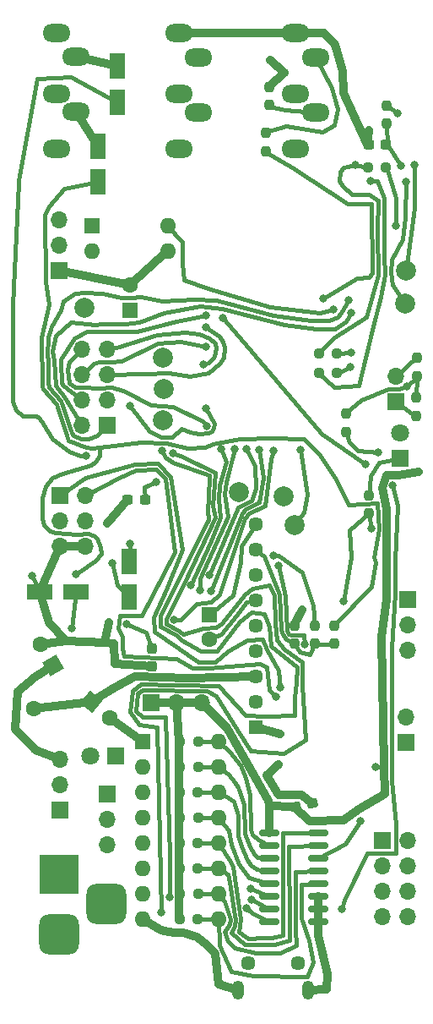
<source format=gbr>
G04 #@! TF.GenerationSoftware,KiCad,Pcbnew,7.0.9*
G04 #@! TF.CreationDate,2023-12-29T22:16:46-05:00*
G04 #@! TF.ProjectId,MEAP_Rev3b,4d454150-5f52-4657-9633-622e6b696361,rev?*
G04 #@! TF.SameCoordinates,Original*
G04 #@! TF.FileFunction,Copper,L2,Bot*
G04 #@! TF.FilePolarity,Positive*
%FSLAX46Y46*%
G04 Gerber Fmt 4.6, Leading zero omitted, Abs format (unit mm)*
G04 Created by KiCad (PCBNEW 7.0.9) date 2023-12-29 22:16:46*
%MOMM*%
%LPD*%
G01*
G04 APERTURE LIST*
G04 Aperture macros list*
%AMRoundRect*
0 Rectangle with rounded corners*
0 $1 Rounding radius*
0 $2 $3 $4 $5 $6 $7 $8 $9 X,Y pos of 4 corners*
0 Add a 4 corners polygon primitive as box body*
4,1,4,$2,$3,$4,$5,$6,$7,$8,$9,$2,$3,0*
0 Add four circle primitives for the rounded corners*
1,1,$1+$1,$2,$3*
1,1,$1+$1,$4,$5*
1,1,$1+$1,$6,$7*
1,1,$1+$1,$8,$9*
0 Add four rect primitives between the rounded corners*
20,1,$1+$1,$2,$3,$4,$5,0*
20,1,$1+$1,$4,$5,$6,$7,0*
20,1,$1+$1,$6,$7,$8,$9,0*
20,1,$1+$1,$8,$9,$2,$3,0*%
%AMRotRect*
0 Rectangle, with rotation*
0 The origin of the aperture is its center*
0 $1 length*
0 $2 width*
0 $3 Rotation angle, in degrees counterclockwise*
0 Add horizontal line*
21,1,$1,$2,0,0,$3*%
G04 Aperture macros list end*
G04 #@! TA.AperFunction,ComponentPad*
%ADD10R,1.600000X1.600000*%
G04 #@! TD*
G04 #@! TA.AperFunction,ComponentPad*
%ADD11O,1.600000X1.600000*%
G04 #@! TD*
G04 #@! TA.AperFunction,ComponentPad*
%ADD12C,2.000000*%
G04 #@! TD*
G04 #@! TA.AperFunction,ComponentPad*
%ADD13R,1.700000X1.700000*%
G04 #@! TD*
G04 #@! TA.AperFunction,ComponentPad*
%ADD14O,1.700000X1.700000*%
G04 #@! TD*
G04 #@! TA.AperFunction,ComponentPad*
%ADD15C,1.600000*%
G04 #@! TD*
G04 #@! TA.AperFunction,ComponentPad*
%ADD16O,2.800000X1.800000*%
G04 #@! TD*
G04 #@! TA.AperFunction,ComponentPad*
%ADD17R,1.450000X1.450000*%
G04 #@! TD*
G04 #@! TA.AperFunction,ComponentPad*
%ADD18C,1.450000*%
G04 #@! TD*
G04 #@! TA.AperFunction,ComponentPad*
%ADD19R,1.800000X1.800000*%
G04 #@! TD*
G04 #@! TA.AperFunction,ComponentPad*
%ADD20C,1.800000*%
G04 #@! TD*
G04 #@! TA.AperFunction,ComponentPad*
%ADD21RotRect,1.600000X1.600000X320.000000*%
G04 #@! TD*
G04 #@! TA.AperFunction,ComponentPad*
%ADD22R,4.000000X4.000000*%
G04 #@! TD*
G04 #@! TA.AperFunction,ComponentPad*
%ADD23RoundRect,1.000000X1.000000X-1.000000X1.000000X1.000000X-1.000000X1.000000X-1.000000X-1.000000X0*%
G04 #@! TD*
G04 #@! TA.AperFunction,ComponentPad*
%ADD24RotRect,1.600000X1.600000X120.000000*%
G04 #@! TD*
G04 #@! TA.AperFunction,ComponentPad*
%ADD25O,1.200000X1.900000*%
G04 #@! TD*
G04 #@! TA.AperFunction,SMDPad,CuDef*
%ADD26RoundRect,0.237500X-0.250000X-0.237500X0.250000X-0.237500X0.250000X0.237500X-0.250000X0.237500X0*%
G04 #@! TD*
G04 #@! TA.AperFunction,SMDPad,CuDef*
%ADD27RoundRect,0.237500X0.250000X0.237500X-0.250000X0.237500X-0.250000X-0.237500X0.250000X-0.237500X0*%
G04 #@! TD*
G04 #@! TA.AperFunction,SMDPad,CuDef*
%ADD28RoundRect,0.237500X0.237500X-0.250000X0.237500X0.250000X-0.237500X0.250000X-0.237500X-0.250000X0*%
G04 #@! TD*
G04 #@! TA.AperFunction,SMDPad,CuDef*
%ADD29RoundRect,0.250000X0.550000X-1.050000X0.550000X1.050000X-0.550000X1.050000X-0.550000X-1.050000X0*%
G04 #@! TD*
G04 #@! TA.AperFunction,SMDPad,CuDef*
%ADD30RoundRect,0.237500X-0.237500X0.250000X-0.237500X-0.250000X0.237500X-0.250000X0.237500X0.250000X0*%
G04 #@! TD*
G04 #@! TA.AperFunction,SMDPad,CuDef*
%ADD31RoundRect,0.250000X1.050000X0.550000X-1.050000X0.550000X-1.050000X-0.550000X1.050000X-0.550000X0*%
G04 #@! TD*
G04 #@! TA.AperFunction,SMDPad,CuDef*
%ADD32RoundRect,0.237500X-0.237500X0.300000X-0.237500X-0.300000X0.237500X-0.300000X0.237500X0.300000X0*%
G04 #@! TD*
G04 #@! TA.AperFunction,SMDPad,CuDef*
%ADD33RoundRect,0.237500X0.300000X0.237500X-0.300000X0.237500X-0.300000X-0.237500X0.300000X-0.237500X0*%
G04 #@! TD*
G04 #@! TA.AperFunction,SMDPad,CuDef*
%ADD34RoundRect,0.150000X0.825000X0.150000X-0.825000X0.150000X-0.825000X-0.150000X0.825000X-0.150000X0*%
G04 #@! TD*
G04 #@! TA.AperFunction,SMDPad,CuDef*
%ADD35RoundRect,0.237500X0.254201X0.285986X-0.336684X0.181797X-0.254201X-0.285986X0.336684X-0.181797X0*%
G04 #@! TD*
G04 #@! TA.AperFunction,ViaPad*
%ADD36C,1.600000*%
G04 #@! TD*
G04 #@! TA.AperFunction,ViaPad*
%ADD37C,0.800000*%
G04 #@! TD*
G04 #@! TA.AperFunction,Conductor*
%ADD38C,0.812800*%
G04 #@! TD*
G04 #@! TA.AperFunction,Conductor*
%ADD39C,0.406400*%
G04 #@! TD*
G04 APERTURE END LIST*
D10*
X23820000Y-91610000D03*
D11*
X23820000Y-94150000D03*
X23820000Y-96690000D03*
X23820000Y-99230000D03*
X23820000Y-101770000D03*
X23820000Y-104310000D03*
X23820000Y-106850000D03*
X23820000Y-109390000D03*
X31440000Y-109390000D03*
X31440000Y-106850000D03*
X31440000Y-104310000D03*
X31440000Y-101770000D03*
X31440000Y-99230000D03*
X31440000Y-96690000D03*
X31440000Y-94150000D03*
X31440000Y-91610000D03*
D10*
X18720000Y-39945000D03*
D11*
X18720000Y-42485000D03*
X26340000Y-42485000D03*
X26340000Y-39945000D03*
D12*
X17930000Y-48200000D03*
X50230000Y-44430000D03*
D13*
X47880000Y-101510000D03*
D14*
X50420000Y-101510000D03*
X47880000Y-104050000D03*
X50420000Y-104050000D03*
X47880000Y-106590000D03*
X50420000Y-106590000D03*
X47880000Y-109130000D03*
X50420000Y-109130000D03*
D12*
X50150000Y-47750000D03*
D10*
X30480000Y-78884888D03*
D15*
X30480000Y-81384888D03*
D12*
X25870000Y-59470000D03*
D16*
X41140000Y-28590000D03*
X39140000Y-26790000D03*
X39140000Y-20690000D03*
X41140000Y-23090000D03*
X39140000Y-32290000D03*
D13*
X50230000Y-91720000D03*
D14*
X50230000Y-89180000D03*
D12*
X25860000Y-53210000D03*
D17*
X35110000Y-90160000D03*
D18*
X35110000Y-87620000D03*
X35110000Y-85080000D03*
X35110000Y-82540000D03*
X35110000Y-80000000D03*
X35110000Y-77460000D03*
X35110000Y-74920000D03*
X35110000Y-72380000D03*
X35110000Y-69840000D03*
D13*
X50360000Y-77350000D03*
D14*
X50360000Y-79890000D03*
X50360000Y-82430000D03*
D13*
X49210000Y-57610000D03*
D14*
X49210000Y-55070000D03*
D16*
X17140000Y-28545000D03*
X15140000Y-26745000D03*
X15140000Y-20645000D03*
X17140000Y-23045000D03*
X15140000Y-32245000D03*
D12*
X39020000Y-69950000D03*
D19*
X49640000Y-63225000D03*
D20*
X49640000Y-60685000D03*
D13*
X20220000Y-96820000D03*
D14*
X20220000Y-99360000D03*
X20220000Y-101900000D03*
D21*
X18604889Y-87643031D03*
D15*
X20520000Y-89250000D03*
D22*
X15430000Y-104900000D03*
D23*
X15430000Y-110900000D03*
X20130000Y-107900000D03*
D12*
X25890000Y-56330000D03*
D24*
X14800000Y-84015063D03*
D15*
X13550000Y-81849999D03*
D10*
X22540000Y-48420000D03*
D15*
X22540000Y-45920000D03*
D13*
X15530000Y-66930000D03*
D14*
X15530000Y-69470000D03*
X15530000Y-72010000D03*
X18070000Y-66930000D03*
X18070000Y-69470000D03*
X18070000Y-72010000D03*
D25*
X33369999Y-116492000D03*
D18*
X34369999Y-113792000D03*
X39369999Y-113792000D03*
D25*
X40369999Y-116492000D03*
D16*
X29400000Y-28580000D03*
X27400000Y-26780000D03*
X27400000Y-20680000D03*
X29400000Y-23080000D03*
X27400000Y-32280000D03*
D13*
X15380003Y-44459999D03*
D14*
X15380003Y-41919999D03*
X15380003Y-39379999D03*
D13*
X24630000Y-87720000D03*
D14*
X27170000Y-87720000D03*
X29710000Y-87720000D03*
D13*
X20245000Y-59940000D03*
D14*
X17705000Y-59940000D03*
X20245000Y-57400000D03*
X17705000Y-57400000D03*
X20245000Y-54860000D03*
X17705000Y-54860000D03*
X20245000Y-52320000D03*
X17705000Y-52320000D03*
D13*
X15480000Y-98470000D03*
D14*
X15480000Y-95930000D03*
X15480000Y-93390000D03*
D12*
X33490000Y-66600000D03*
X37970000Y-67030000D03*
D26*
X46377500Y-34150000D03*
X48202500Y-34150000D03*
D27*
X43282500Y-52740000D03*
X41457500Y-52740000D03*
D28*
X41039996Y-81802502D03*
X41039996Y-79977502D03*
X36150000Y-32482500D03*
X36150000Y-30657500D03*
D29*
X19299999Y-35569997D03*
X19299999Y-31969997D03*
D26*
X27517500Y-96690000D03*
X29342500Y-96690000D03*
D30*
X44210000Y-58787500D03*
X44210000Y-60612500D03*
D31*
X17070000Y-76600000D03*
X13470000Y-76600000D03*
D32*
X24690000Y-82310000D03*
X24690000Y-84035000D03*
D33*
X48192500Y-31870000D03*
X46467500Y-31870000D03*
D30*
X36470000Y-26067500D03*
X36470000Y-27892500D03*
X46520000Y-66947500D03*
X46520000Y-68772500D03*
D26*
X27537500Y-99230000D03*
X29362500Y-99230000D03*
D19*
X21124999Y-93060001D03*
D20*
X18584999Y-93060001D03*
D28*
X43040000Y-81812500D03*
X43040000Y-79987500D03*
D26*
X27527500Y-94150000D03*
X29352500Y-94150000D03*
D28*
X51250000Y-58982500D03*
X51250000Y-57157500D03*
D26*
X27507500Y-101760000D03*
X29332500Y-101760000D03*
X27507500Y-109400000D03*
X29332500Y-109400000D03*
D29*
X21270002Y-27599999D03*
X21270002Y-23999999D03*
D27*
X43302500Y-54680000D03*
X41477500Y-54680000D03*
D34*
X41445000Y-100770000D03*
X41445000Y-102040000D03*
X41445000Y-103310000D03*
X41445000Y-104580000D03*
X41445000Y-105850000D03*
X41445000Y-107120000D03*
X41445000Y-108390000D03*
X41445000Y-109660000D03*
X36495000Y-109660000D03*
X36495000Y-108390000D03*
X36495000Y-107120000D03*
X36495000Y-105850000D03*
X36495000Y-104580000D03*
X36495000Y-103310000D03*
X36495000Y-102040000D03*
X36495000Y-100770000D03*
D30*
X51280000Y-53197500D03*
X51280000Y-55022500D03*
D35*
X40809397Y-97810228D03*
X39110603Y-98109772D03*
D33*
X24030000Y-67410000D03*
X22305000Y-67410000D03*
D26*
X27517500Y-104310000D03*
X29342500Y-104310000D03*
D29*
X22469998Y-77140001D03*
X22469998Y-73540001D03*
D30*
X39050000Y-79967500D03*
X39050000Y-81792500D03*
X48280000Y-27917500D03*
X48280000Y-29742500D03*
D26*
X27547500Y-91610000D03*
X29372500Y-91610000D03*
X27537500Y-106830000D03*
X29362500Y-106830000D03*
D36*
X12850000Y-88280000D03*
D37*
X43990000Y-77560000D03*
X46520000Y-30410000D03*
X37410000Y-93900000D03*
X37590000Y-90860000D03*
X46760000Y-70300000D03*
X39761765Y-78361765D03*
X20380000Y-79700000D03*
X12700000Y-74970000D03*
X20210000Y-69780000D03*
X50300000Y-56080000D03*
X51520000Y-64610000D03*
X47130000Y-94170000D03*
X40600000Y-99530000D03*
X47740000Y-81100000D03*
X36620000Y-23390000D03*
X37560000Y-86150000D03*
X37200000Y-87110000D03*
X46190000Y-63800000D03*
X31840000Y-49200000D03*
X36920000Y-62470000D03*
X26901644Y-79410000D03*
X36880000Y-72970000D03*
X18120000Y-63015014D03*
X17090000Y-74860000D03*
X44450000Y-47420000D03*
X44710000Y-48650000D03*
X30170000Y-48910000D03*
X30180000Y-50110000D03*
X30160000Y-52090000D03*
X29880000Y-53830000D03*
X30210000Y-60020000D03*
X25780000Y-62450000D03*
X25640000Y-108720000D03*
X26860000Y-62760000D03*
X26480000Y-107180000D03*
X30180000Y-58220000D03*
X22510000Y-57960000D03*
X39600000Y-62370000D03*
X47420000Y-62640000D03*
X41950000Y-47260000D03*
X42920000Y-48320000D03*
X44640000Y-54130000D03*
X44670000Y-52620000D03*
X30510000Y-74950000D03*
X34210000Y-62340000D03*
X30630000Y-76570000D03*
X35510000Y-62430000D03*
X34180000Y-108310000D03*
X28640000Y-75980000D03*
X31690000Y-62350000D03*
X34700000Y-107440000D03*
X48900000Y-65980000D03*
X43820000Y-108330000D03*
X34640000Y-106380000D03*
X33040000Y-62350000D03*
X29570000Y-76490000D03*
X45640000Y-99600000D03*
X40050000Y-81850000D03*
X37460000Y-74010000D03*
X49680000Y-33940000D03*
X46680000Y-35500000D03*
X49390000Y-28690000D03*
X51050000Y-33860000D03*
X45140000Y-33900000D03*
X50200000Y-35520000D03*
X49230000Y-39980000D03*
X22520000Y-71810000D03*
X16670000Y-80290000D03*
X25180000Y-65630000D03*
X20730000Y-73740000D03*
X22180000Y-79800000D03*
D38*
X23060000Y-85125785D02*
X21000052Y-86150052D01*
X12850000Y-88280000D02*
X18604889Y-87643031D01*
X28341786Y-85239152D02*
X23060000Y-85125785D01*
X35110000Y-85080000D02*
X28341786Y-85239152D01*
X21000052Y-86150052D02*
X18604889Y-87643031D01*
X31074573Y-112875427D02*
X31460000Y-115940000D01*
D39*
X12700000Y-74970000D02*
X13470000Y-76600000D01*
D38*
X31460000Y-115940000D02*
X33369999Y-116492000D01*
X41445000Y-108390000D02*
X41445000Y-107120000D01*
X31074573Y-112875427D02*
X30349810Y-112050190D01*
X25460000Y-110390000D02*
X23820000Y-109390000D01*
X15530000Y-72010000D02*
X13470000Y-76600000D01*
X25954737Y-110595263D02*
X25460000Y-110390000D01*
X41445000Y-109660000D02*
X41396487Y-111030000D01*
X22540000Y-45920000D02*
X26290000Y-42485000D01*
X26990000Y-110768020D02*
X25954737Y-110595263D01*
X40809397Y-97810228D02*
X39700000Y-96970000D01*
X41445000Y-109660000D02*
X41445000Y-108390000D01*
X20920000Y-81750000D02*
X20030000Y-81720000D01*
X20030000Y-81720000D02*
X20380000Y-79700000D01*
X22305000Y-67410000D02*
X20210000Y-69780000D01*
X23820000Y-91610000D02*
X20520000Y-89250000D01*
X43837951Y-24450000D02*
X43075427Y-21834573D01*
X18070000Y-72010000D02*
X15530000Y-72010000D01*
X27890000Y-110749746D02*
X26990000Y-110768020D01*
X46292500Y-31870000D02*
X46520000Y-30410000D01*
X42010000Y-20690000D02*
X39140000Y-20690000D01*
X13550000Y-81849999D02*
X16060000Y-81560000D01*
X39700000Y-96970000D02*
X37440000Y-96970000D01*
X35110000Y-90160000D02*
X37590000Y-90860000D01*
X43075427Y-21834573D02*
X42010000Y-20690000D01*
X41396487Y-111030000D02*
X42310000Y-114880000D01*
X22540000Y-45920000D02*
X15380003Y-44459999D01*
D39*
X46520000Y-68860000D02*
X46760000Y-70300000D01*
X43990000Y-77560000D02*
X44740000Y-73120000D01*
D38*
X21000000Y-83810000D02*
X20920000Y-81750000D01*
D39*
X44550000Y-70410000D02*
X46520000Y-68772500D01*
X44740000Y-73120000D02*
X44550000Y-70410000D01*
D38*
X16060000Y-81560000D02*
X14380000Y-79680000D01*
X27890000Y-110749746D02*
X29237317Y-111142683D01*
X37410000Y-93900000D02*
X36258692Y-94991308D01*
X37440000Y-96970000D02*
X36258692Y-94991308D01*
X42310000Y-114880000D02*
X42270000Y-116410000D01*
X22270000Y-83870000D02*
X21000000Y-83810000D01*
X14380000Y-79680000D02*
X13470000Y-76600000D01*
X39140000Y-20690000D02*
X27400000Y-20680000D01*
X29237317Y-111142683D02*
X30349810Y-112050190D01*
X46292500Y-31870000D02*
X43930000Y-26670000D01*
X42270000Y-116410000D02*
X40369999Y-116492000D01*
X20030000Y-81720000D02*
X16060000Y-81560000D01*
X43930000Y-26670000D02*
X43837951Y-24450000D01*
X24690000Y-84035000D02*
X22270000Y-83870000D01*
X39050000Y-79880000D02*
X39761765Y-78361765D01*
X48021524Y-94170000D02*
X48080113Y-96890053D01*
X11031267Y-90340000D02*
X13030000Y-92460000D01*
X13030000Y-92460000D02*
X15480000Y-93390000D01*
X38938262Y-98140160D02*
X36500000Y-98000000D01*
X11230000Y-86590000D02*
X12940000Y-85210000D01*
X27440000Y-94150000D02*
X27460000Y-91610000D01*
X27170000Y-87720000D02*
X27460000Y-91610000D01*
X11031267Y-90340000D02*
X11230000Y-86590000D01*
D39*
X48410000Y-56290000D02*
X49490000Y-56320000D01*
D38*
X24630000Y-87720000D02*
X27170000Y-87720000D01*
X49480000Y-64940000D02*
X51520000Y-64610000D01*
X36387411Y-97500000D02*
X32291884Y-90228116D01*
D39*
X51280000Y-55110000D02*
X50300000Y-56080000D01*
D38*
X48300000Y-68340000D02*
X47840000Y-66190000D01*
D39*
X51250000Y-57070000D02*
X51280000Y-55110000D01*
D38*
X47840000Y-66190000D02*
X48240000Y-64960000D01*
D39*
X47130000Y-94170000D02*
X48021524Y-94170000D01*
D38*
X47740000Y-81100000D02*
X48263481Y-77406619D01*
X36620000Y-23390000D02*
X38060000Y-24620000D01*
D39*
X45720000Y-57380000D02*
X48410000Y-56290000D01*
D38*
X48263481Y-77406619D02*
X48300771Y-73590040D01*
X36387411Y-97500000D02*
X36500000Y-98000000D01*
D39*
X44210000Y-58700000D02*
X45720000Y-57380000D01*
D38*
X29710000Y-87720000D02*
X32291884Y-90228116D01*
X27430000Y-104310000D02*
X27420000Y-101760000D01*
X47740000Y-81100000D02*
X48021524Y-94170000D01*
X27170000Y-87720000D02*
X29710000Y-87720000D01*
X27420000Y-109400000D02*
X27450000Y-106830000D01*
X27430000Y-96690000D02*
X27440000Y-94150000D01*
X40600000Y-99530000D02*
X43990000Y-99480390D01*
X36500000Y-98000000D02*
X36495000Y-100770000D01*
X48240000Y-64960000D02*
X49480000Y-64940000D01*
X48080113Y-96890053D02*
X45479899Y-98379899D01*
X27450000Y-106830000D02*
X27430000Y-104310000D01*
X27450000Y-99230000D02*
X27420000Y-101760000D01*
X43990000Y-99480390D02*
X45479899Y-98379899D01*
D39*
X49490000Y-56320000D02*
X50300000Y-56080000D01*
D38*
X40600000Y-99530000D02*
X38938262Y-98140160D01*
X27450000Y-99230000D02*
X27430000Y-96690000D01*
X12940000Y-85210000D02*
X14800000Y-84015063D01*
X48300771Y-73590040D02*
X48300000Y-68340000D01*
X38060000Y-24620000D02*
X36470000Y-25980000D01*
D39*
X32860000Y-76930000D02*
X33631014Y-73690000D01*
X33710000Y-72020000D02*
X33631014Y-73690000D01*
X30480000Y-78884888D02*
X32860000Y-76930000D01*
X35110000Y-69840000D02*
X33710000Y-72020000D01*
X30480000Y-81384888D02*
X31690000Y-80880000D01*
X31690000Y-80880000D02*
X33200000Y-78950000D01*
X34230000Y-77630824D02*
X35110000Y-77460000D01*
X33200000Y-78950000D02*
X34230000Y-77630824D01*
X23020000Y-63810000D02*
X18080000Y-65220000D01*
X27750000Y-72380000D02*
X26570000Y-65080000D01*
X25360000Y-63780000D02*
X23020000Y-63810000D01*
X30000000Y-83646308D02*
X29410000Y-83610000D01*
X27440000Y-82330000D02*
X25000000Y-80580000D01*
X26160000Y-76400000D02*
X27750000Y-72380000D01*
X36220000Y-82370000D02*
X37430000Y-84470000D01*
X35780000Y-81370000D02*
X36220000Y-82370000D01*
X24910000Y-79120000D02*
X26160000Y-76400000D01*
X37560000Y-86150000D02*
X37430000Y-84470000D01*
X25000000Y-80580000D02*
X24910000Y-79120000D01*
X32390000Y-82550000D02*
X34300000Y-81430000D01*
X31090000Y-83617527D02*
X32390000Y-82550000D01*
X29410000Y-83610000D02*
X27440000Y-82330000D01*
X26570000Y-65080000D02*
X25360000Y-63780000D01*
X18080000Y-65220000D02*
X15530000Y-66930000D01*
X31090000Y-83617527D02*
X30000000Y-83646308D01*
X34300000Y-81430000D02*
X35780000Y-81370000D01*
X23730000Y-79030000D02*
X21520000Y-78990000D01*
X18070000Y-66930000D02*
X21430000Y-65160000D01*
X26050000Y-65310000D02*
X27030000Y-72640000D01*
X27030000Y-72640000D02*
X23730000Y-79030000D01*
X21520000Y-78990000D02*
X21320000Y-80270000D01*
X28800000Y-84230000D02*
X30440000Y-84277782D01*
X21770000Y-82310000D02*
X21900000Y-83020000D01*
X35560000Y-83810000D02*
X30440000Y-84277782D01*
X36280000Y-84150000D02*
X35560000Y-83810000D01*
X21320000Y-80270000D02*
X21790000Y-81070000D01*
X37200000Y-87110000D02*
X36530000Y-86460000D01*
X21790000Y-81070000D02*
X21770000Y-82310000D01*
X36530000Y-86460000D02*
X36280000Y-84150000D01*
X23080000Y-64410000D02*
X25130000Y-64330000D01*
X27220000Y-83310000D02*
X28800000Y-84230000D01*
X21430000Y-65160000D02*
X23080000Y-64410000D01*
X25130000Y-64330000D02*
X26050000Y-65310000D01*
X21900000Y-83020000D02*
X27220000Y-83310000D01*
X41710000Y-60760000D02*
X32940000Y-50430000D01*
X32940000Y-50430000D02*
X31840000Y-49200000D01*
X46190000Y-63800000D02*
X41710000Y-60760000D01*
X29240000Y-77780000D02*
X30650000Y-77610000D01*
X36683672Y-63340000D02*
X36920000Y-62470000D01*
X34470000Y-68760000D02*
X36040000Y-67970000D01*
X26901644Y-79410000D02*
X27610000Y-79410000D01*
X34077992Y-69287992D02*
X34470000Y-68760000D01*
X31530000Y-76840000D02*
X34077992Y-69287992D01*
X27610000Y-79410000D02*
X29240000Y-77780000D01*
X36040000Y-67970000D02*
X36683672Y-63340000D01*
X30650000Y-77610000D02*
X31530000Y-76840000D01*
X18097493Y-62992507D02*
X17570000Y-62992507D01*
X39790000Y-74660000D02*
X40870000Y-77970000D01*
X10728200Y-57530000D02*
X10728200Y-47910000D01*
X11800000Y-58980000D02*
X11062692Y-58420000D01*
X13796968Y-59760000D02*
X13744585Y-59580000D01*
X16610000Y-25090000D02*
X21270002Y-27599999D01*
X13200000Y-25220000D02*
X16610000Y-25090000D01*
X13397923Y-59142077D02*
X13140000Y-59030000D01*
X11062692Y-58420000D02*
X10728200Y-57530000D01*
X14763800Y-61336200D02*
X13796968Y-59760000D01*
X39790000Y-74660000D02*
X38620000Y-73790000D01*
X16411000Y-62529000D02*
X14763800Y-61336200D01*
X40870000Y-77970000D02*
X41039996Y-79890002D01*
X11310000Y-35610000D02*
X11356324Y-35420000D01*
X37410000Y-72950000D02*
X36880000Y-72970000D01*
X13744585Y-59580000D02*
X13397923Y-59142077D01*
X18120000Y-63015014D02*
X18097493Y-62992507D01*
X10728200Y-47910000D02*
X11310000Y-35610000D01*
X38620000Y-73790000D02*
X37410000Y-72950000D01*
X17570000Y-62992507D02*
X16411000Y-62529000D01*
X12440000Y-58990000D02*
X11800000Y-58980000D01*
X13140000Y-59030000D02*
X12440000Y-58990000D01*
X11356324Y-35420000D02*
X13200000Y-25220000D01*
X14080000Y-45540000D02*
X14013595Y-38890000D01*
X30859382Y-61779382D02*
X30030000Y-62160000D01*
X46770000Y-76120000D02*
X47200000Y-73630000D01*
X15153208Y-57849510D02*
X13786782Y-56310000D01*
X14438889Y-38018889D02*
X15940000Y-36230000D01*
X19020000Y-73500000D02*
X19620000Y-72810000D01*
X17090000Y-74860000D02*
X19020000Y-73500000D01*
X36720000Y-61250000D02*
X39960000Y-61320000D01*
X47360000Y-67760000D02*
X44433946Y-67876054D01*
X18623590Y-63913590D02*
X19089487Y-63589487D01*
X19520000Y-62102509D02*
X18680000Y-62203168D01*
X18937933Y-70992067D02*
X19211356Y-71258644D01*
X18420000Y-70773056D02*
X17190000Y-70830000D01*
X41580000Y-62910000D02*
X43210000Y-65330000D01*
X14195135Y-70294865D02*
X13917029Y-69962971D01*
X14516540Y-70533460D02*
X15080000Y-70723435D01*
X14777518Y-65227518D02*
X14073000Y-66040000D01*
X13917029Y-69962971D02*
X13696099Y-69220000D01*
X14777518Y-65227518D02*
X15729515Y-64779515D01*
X16320000Y-61500000D02*
X15153208Y-57849510D01*
X19089487Y-63589487D02*
X19520000Y-62960000D01*
X13743200Y-56060000D02*
X13743200Y-55850000D01*
X18160000Y-62180000D02*
X16320000Y-61500000D01*
X43210000Y-65330000D02*
X44433946Y-67876054D01*
X14516540Y-70533460D02*
X14195135Y-70294865D01*
X18937933Y-70992067D02*
X18420000Y-70773056D01*
X15940000Y-36230000D02*
X19299999Y-35569997D01*
X17190000Y-70830000D02*
X15080000Y-70723435D01*
X46988975Y-73191025D02*
X47200000Y-73630000D01*
X19620000Y-72810000D02*
X19533029Y-72140000D01*
X36720000Y-61250000D02*
X33550000Y-61281129D01*
X19533029Y-72140000D02*
X19211356Y-71258644D01*
X43040000Y-79900000D02*
X46770000Y-76120000D01*
X28270000Y-62257591D02*
X26150000Y-61730000D01*
X13671238Y-51170000D02*
X14429159Y-47810000D01*
X30859382Y-61779382D02*
X33550000Y-61281129D01*
X18680000Y-62203168D02*
X18160000Y-62180000D01*
X13786782Y-56310000D02*
X13743200Y-56060000D01*
X13713000Y-67240000D02*
X13696099Y-69220000D01*
X15729515Y-64779515D02*
X18623590Y-63913590D01*
X39960000Y-61320000D02*
X41580000Y-62910000D01*
X13713000Y-67240000D02*
X14073000Y-66040000D01*
X19520000Y-62960000D02*
X19520000Y-62102509D01*
X30030000Y-62160000D02*
X28270000Y-62257591D01*
X13743200Y-55850000D02*
X13671238Y-51170000D01*
X23630000Y-61610000D02*
X19520000Y-62102509D01*
X46988975Y-73191025D02*
X47470000Y-70360000D01*
X14013595Y-38890000D02*
X14438889Y-38018889D01*
X47470000Y-70360000D02*
X47360000Y-67760000D01*
X26150000Y-61730000D02*
X23630000Y-61610000D01*
X14429159Y-47810000D02*
X14080000Y-45540000D01*
X49210000Y-57610000D02*
X51250000Y-59070000D01*
X49210000Y-55070000D02*
X51280000Y-53110000D01*
X14660389Y-50040389D02*
X15614540Y-48440000D01*
X21690000Y-47130000D02*
X22590000Y-47130000D01*
X22590000Y-47130000D02*
X23600000Y-47070000D01*
X14217550Y-52880000D02*
X14304347Y-51140000D01*
X31190000Y-47435548D02*
X28990000Y-47294170D01*
X23600000Y-47070000D02*
X25710000Y-47500000D01*
X15614540Y-48440000D02*
X15880000Y-47480000D01*
X15880000Y-47480000D02*
X17000000Y-46750000D01*
X14408317Y-56100000D02*
X14349600Y-55630000D01*
X17620000Y-61310000D02*
X16874173Y-60935827D01*
X42470000Y-49453464D02*
X40680000Y-49434283D01*
X16709606Y-60720394D02*
X15571279Y-57513459D01*
X14300000Y-53460000D02*
X14217550Y-52880000D01*
X18420000Y-61310000D02*
X19248018Y-60948018D01*
X14349600Y-53930000D02*
X14300000Y-53460000D01*
X18420000Y-61310000D02*
X17620000Y-61310000D01*
X40680000Y-49434283D02*
X36940000Y-48943030D01*
X20245000Y-59940000D02*
X19248018Y-60948018D01*
X17930000Y-46610000D02*
X19750000Y-46760000D01*
X42470000Y-49453464D02*
X43334681Y-49144681D01*
X17000000Y-46750000D02*
X17930000Y-46610000D01*
X19750000Y-46760000D02*
X21690000Y-47130000D01*
X14304347Y-51140000D02*
X14660389Y-50040389D01*
X16874173Y-60935827D02*
X16709606Y-60720394D01*
X36940000Y-48943030D02*
X31190000Y-47435548D01*
X14349600Y-55630000D02*
X14349600Y-53930000D01*
X44450000Y-47420000D02*
X43710000Y-48680000D01*
X15571279Y-57513459D02*
X14408317Y-56100000D01*
X25710000Y-47500000D02*
X28990000Y-47294170D01*
X43710000Y-48680000D02*
X43334681Y-49144681D01*
X44710000Y-48650000D02*
X44170695Y-49550695D01*
X43070000Y-50270000D02*
X44170695Y-49550695D01*
X16620000Y-49628803D02*
X19040000Y-49842218D01*
X14764406Y-52490000D02*
X15050085Y-50960000D01*
X19040000Y-49842218D02*
X19650000Y-49808328D01*
X15890000Y-57070000D02*
X15066025Y-56000000D01*
X17705000Y-59940000D02*
X15890000Y-57070000D01*
X41250000Y-50270000D02*
X38030000Y-49858409D01*
X43070000Y-50270000D02*
X41250000Y-50270000D01*
X23480000Y-49640000D02*
X25910000Y-48690000D01*
X21980000Y-49808750D02*
X23480000Y-49640000D01*
X25910000Y-48690000D02*
X29590000Y-48010000D01*
X14940000Y-53420000D02*
X14764406Y-52490000D01*
X15066025Y-56000000D02*
X14940000Y-53420000D01*
X38030000Y-49858409D02*
X31760000Y-48245486D01*
X15050085Y-50960000D02*
X16620000Y-49628803D01*
X31760000Y-48245486D02*
X29590000Y-48010000D01*
X19650000Y-49808328D02*
X21980000Y-49808750D01*
X18240000Y-50569506D02*
X23240000Y-50514708D01*
X16930000Y-51200000D02*
X18240000Y-50569506D01*
X15555366Y-53588761D02*
X15554644Y-53340000D01*
X15554644Y-53340000D02*
X16930000Y-51200000D01*
X27190000Y-49520000D02*
X30170000Y-48910000D01*
X23240000Y-50514708D02*
X27190000Y-49520000D01*
X15811775Y-55988225D02*
X15671515Y-55730000D01*
X17705000Y-57400000D02*
X15811775Y-55988225D01*
X15671515Y-55730000D02*
X15555366Y-53588761D01*
X31501860Y-51078140D02*
X30180000Y-50110000D01*
X26410000Y-54700000D02*
X28560000Y-55004851D01*
X24000000Y-54740000D02*
X26410000Y-54700000D01*
X31542252Y-53792252D02*
X31905533Y-53135533D01*
X31856382Y-51573618D02*
X31997982Y-52190000D01*
X31542252Y-53792252D02*
X30420000Y-54714425D01*
X31905533Y-53135533D02*
X31997982Y-52190000D01*
X28560000Y-55004851D02*
X30420000Y-54714425D01*
X20245000Y-54860000D02*
X24000000Y-54740000D01*
X31501860Y-51078140D02*
X31856382Y-51573618D01*
X30160000Y-52090000D02*
X27620000Y-51590000D01*
X19400000Y-53590000D02*
X18850000Y-53780000D01*
X21640000Y-53510000D02*
X20620000Y-53580000D01*
X18850000Y-53780000D02*
X17705000Y-54860000D01*
X27620000Y-51590000D02*
X25340000Y-51690000D01*
X20620000Y-53580000D02*
X19400000Y-53590000D01*
X25340000Y-51690000D02*
X21640000Y-53510000D01*
X31150000Y-52270000D02*
X31120000Y-51760000D01*
X21210000Y-52124776D02*
X20245000Y-52320000D01*
X30479396Y-51220604D02*
X29470000Y-50818281D01*
X31009014Y-52959014D02*
X31150000Y-52270000D01*
X30885834Y-53185834D02*
X31009014Y-52959014D01*
X29880000Y-53830000D02*
X30370000Y-53716923D01*
X31120000Y-51760000D02*
X30479396Y-51220604D01*
X25210000Y-50853599D02*
X21210000Y-52124776D01*
X28050000Y-50643378D02*
X25210000Y-50853599D01*
X29470000Y-50818281D02*
X28050000Y-50643378D01*
X30885834Y-53185834D02*
X30370000Y-53716923D01*
X17010000Y-56130000D02*
X16400000Y-55690000D01*
X19400000Y-56190000D02*
X17760000Y-56140000D01*
X20700000Y-56124682D02*
X21887636Y-56452364D01*
X26850000Y-58070000D02*
X29810000Y-59510000D01*
X16400000Y-55690000D02*
X16270000Y-54330000D01*
X16270000Y-54330000D02*
X16440000Y-53610000D01*
X20730000Y-56100000D02*
X19400000Y-56190000D01*
X16440000Y-53610000D02*
X17705000Y-52320000D01*
X21887636Y-56452364D02*
X24650000Y-57870000D01*
X20700000Y-56124682D02*
X20730000Y-56100000D01*
X24650000Y-57870000D02*
X26850000Y-58070000D01*
X29810000Y-59510000D02*
X30210000Y-60020000D01*
X17760000Y-56140000D02*
X17010000Y-56130000D01*
X30332630Y-68390000D02*
X30392679Y-67250000D01*
X26810000Y-63640000D02*
X26090000Y-63120000D01*
X25611814Y-80130000D02*
X25606866Y-79030000D01*
X30392679Y-67250000D02*
X30508095Y-64973893D01*
X23440000Y-89893545D02*
X22559081Y-88680000D01*
X39231492Y-85689068D02*
X39280000Y-84160000D01*
X30508095Y-64973893D02*
X26810000Y-63640000D01*
X34110000Y-88980000D02*
X36180000Y-89050000D01*
X23590000Y-85887734D02*
X26941151Y-85947173D01*
X25640000Y-108720000D02*
X25260000Y-90150000D01*
X26941151Y-85947173D02*
X27730000Y-85938986D01*
X27730000Y-85938986D02*
X31420000Y-85998442D01*
X30382304Y-69402304D02*
X30332630Y-68390000D01*
X33560000Y-79560000D02*
X31209815Y-82579815D01*
X27701290Y-81448710D02*
X27180000Y-80970000D01*
X27180000Y-80970000D02*
X25611814Y-80130000D01*
X31209815Y-82579815D02*
X29640000Y-82518863D01*
X34690000Y-78670000D02*
X33560000Y-79560000D01*
X31420000Y-85998442D02*
X34110000Y-88980000D01*
X25606866Y-79030000D02*
X30254568Y-69674616D01*
X26090000Y-63120000D02*
X25780000Y-62450000D01*
X36530000Y-80050000D02*
X35950000Y-78780000D01*
X29640000Y-82518863D02*
X27701290Y-81448710D01*
X39030000Y-88970000D02*
X39062623Y-87230000D01*
X22559081Y-88680000D02*
X22779044Y-86539044D01*
X39062623Y-87230000D02*
X39231492Y-85689068D01*
X22779044Y-86539044D02*
X23590000Y-85887734D01*
X25260000Y-90150000D02*
X23440000Y-89893545D01*
X36688158Y-82061842D02*
X36530000Y-80050000D01*
X30254568Y-69674616D02*
X30382304Y-69402304D01*
X35950000Y-78780000D02*
X34690000Y-78670000D01*
X39280000Y-84160000D02*
X36688158Y-82061842D01*
X36180000Y-89050000D02*
X39030000Y-88970000D01*
X30215771Y-86494229D02*
X31203615Y-87006385D01*
X30863232Y-67980198D02*
X31080000Y-64690000D01*
X31080000Y-64690000D02*
X27770000Y-63070000D01*
X30863232Y-67980198D02*
X31060000Y-69150000D01*
X37080000Y-79770000D02*
X36970000Y-76950000D01*
X27770000Y-63070000D02*
X26860000Y-62760000D01*
X40110000Y-91460000D02*
X39825737Y-85960000D01*
X27950000Y-75780000D02*
X26157029Y-79300000D01*
X37249025Y-81420975D02*
X37080000Y-79770000D01*
X37249025Y-81420975D02*
X38040000Y-82410000D01*
X34060000Y-76840000D02*
X34830000Y-76240000D01*
X39810000Y-83660000D02*
X39825737Y-85960000D01*
X31730000Y-79780000D02*
X34060000Y-76840000D01*
X31060000Y-69150000D02*
X27950000Y-75780000D01*
X26480000Y-107180000D02*
X26510000Y-103070000D01*
X27410000Y-80490000D02*
X27825982Y-80864018D01*
X23140000Y-88520000D02*
X23300000Y-86790000D01*
X36970000Y-76950000D02*
X36500000Y-75960000D01*
X37940000Y-92820000D02*
X40110000Y-91460000D01*
X27825982Y-80864018D02*
X29870000Y-80240000D01*
X38040000Y-82410000D02*
X39810000Y-83660000D01*
X31203615Y-87006385D02*
X33300000Y-90410000D01*
X26155504Y-79810000D02*
X26157029Y-79300000D01*
X29870000Y-80240000D02*
X31160000Y-80210000D01*
X23790000Y-89170000D02*
X23140000Y-88520000D01*
X33300000Y-90410000D02*
X34650000Y-92580000D01*
X26080000Y-89190000D02*
X23790000Y-89170000D01*
X23300000Y-86790000D02*
X23823307Y-86414940D01*
X31160000Y-80210000D02*
X31730000Y-79780000D01*
X34650000Y-92580000D02*
X37940000Y-92820000D01*
X23823307Y-86414940D02*
X30215771Y-86494229D01*
X26510000Y-103070000D02*
X26080000Y-89190000D01*
X26155504Y-79810000D02*
X27410000Y-80490000D01*
X36500000Y-75960000D02*
X34830000Y-76240000D01*
X36470000Y-27980000D02*
X38130000Y-28390000D01*
X38130000Y-28390000D02*
X41140000Y-28590000D01*
X42770000Y-26190000D02*
X41140000Y-23090000D01*
X38200000Y-29980000D02*
X41850000Y-30580000D01*
X41850000Y-30580000D02*
X42980000Y-29890000D01*
X42980000Y-29890000D02*
X43320000Y-28300000D01*
X36150000Y-30570000D02*
X38200000Y-29980000D01*
X43320000Y-28300000D02*
X42770000Y-26190000D01*
X29440000Y-60821605D02*
X30430000Y-60739194D01*
X25660000Y-61113750D02*
X24474029Y-60545971D01*
X30958480Y-59750000D02*
X30180000Y-58220000D01*
X24474029Y-60545971D02*
X22510000Y-57960000D01*
X26790000Y-61104333D02*
X27660000Y-60310000D01*
X30934582Y-60174582D02*
X30958480Y-59750000D01*
X30430000Y-60739194D02*
X30769444Y-60499444D01*
X29440000Y-60821605D02*
X28570000Y-60639884D01*
X30769444Y-60499444D02*
X30934582Y-60174582D01*
X26790000Y-61104333D02*
X25660000Y-61113750D01*
X27660000Y-60310000D02*
X28570000Y-60639884D01*
X39600000Y-62370000D02*
X40280000Y-66880000D01*
X40280000Y-66880000D02*
X40000000Y-68690000D01*
X40000000Y-68690000D02*
X39020000Y-69950000D01*
X44510000Y-61650000D02*
X44210000Y-60700000D01*
X47420000Y-62640000D02*
X45370000Y-62470000D01*
X45370000Y-62470000D02*
X44510000Y-61650000D01*
X46450000Y-45164286D02*
X46796807Y-44680000D01*
X45330000Y-45210000D02*
X46450000Y-45164286D01*
X46796807Y-44680000D02*
X46750000Y-37790000D01*
X41950000Y-47260000D02*
X45330000Y-45210000D01*
X44410000Y-37773084D02*
X38754028Y-34085972D01*
X38754028Y-34085972D02*
X36150000Y-32570000D01*
X46750000Y-37790000D02*
X44410000Y-37773084D01*
X34920000Y-115050000D02*
X40280000Y-115120000D01*
X39724091Y-107949665D02*
X39711446Y-105909991D01*
X29420000Y-109400000D02*
X31440000Y-109390000D01*
X39711446Y-105909991D02*
X41445000Y-105850000D01*
X31440000Y-109390000D02*
X31540000Y-112020000D01*
X32660000Y-114650000D02*
X34920000Y-115050000D01*
X40280000Y-115120000D02*
X40930000Y-113670000D01*
X39738986Y-109280000D02*
X39724091Y-107949665D01*
X40930000Y-113670000D02*
X40490000Y-111540000D01*
X40490000Y-111540000D02*
X39738986Y-109280000D01*
X32660000Y-114650000D02*
X31540000Y-112020000D01*
X31440000Y-106850000D02*
X29450000Y-106830000D01*
X32524328Y-109120000D02*
X32116301Y-107860000D01*
X32561332Y-109350000D02*
X32500080Y-109890081D01*
X41445000Y-104580000D02*
X39097098Y-104629888D01*
X32011884Y-107588116D02*
X31440000Y-106850000D01*
X33031057Y-112298943D02*
X35110000Y-112764211D01*
X32500080Y-109890081D02*
X32010000Y-110660000D01*
X37640000Y-112740000D02*
X35110000Y-112764211D01*
X39133118Y-110440000D02*
X39170000Y-112000000D01*
X39170000Y-112000000D02*
X37640000Y-112740000D01*
X33031057Y-112298943D02*
X32390000Y-111580000D01*
X32390000Y-111580000D02*
X32010000Y-110660000D01*
X32561332Y-109350000D02*
X32524328Y-109120000D01*
X39097098Y-104629888D02*
X39133118Y-110440000D01*
X32116301Y-107860000D02*
X32011884Y-107588116D01*
X38482936Y-102069566D02*
X38507030Y-110020000D01*
X41445000Y-102040000D02*
X38482936Y-102069566D01*
X34080000Y-111930000D02*
X37040000Y-111930000D01*
X33088903Y-109390000D02*
X33043750Y-109020000D01*
X33043750Y-109020000D02*
X32524892Y-105700000D01*
X32660000Y-110750000D02*
X32984496Y-110084496D01*
X32984496Y-110084496D02*
X33088903Y-109390000D01*
X34080000Y-111930000D02*
X32660000Y-110750000D01*
X32371429Y-104938571D02*
X31440000Y-104310000D01*
X37040000Y-111930000D02*
X38490000Y-111500000D01*
X32524892Y-105700000D02*
X32371429Y-104938571D01*
X29430000Y-104310000D02*
X31440000Y-104310000D01*
X38490000Y-111500000D02*
X38507030Y-110020000D01*
X33611459Y-109370000D02*
X32825055Y-104104945D01*
X33470000Y-110640000D02*
X33611459Y-109370000D01*
X34350000Y-111360000D02*
X33470000Y-110640000D01*
X36760000Y-111250000D02*
X35880000Y-111227436D01*
X37873200Y-100740000D02*
X41445000Y-100770000D01*
X37872381Y-110030000D02*
X37890000Y-107440000D01*
X31440000Y-101770000D02*
X29420000Y-101760000D01*
X37889315Y-110999877D02*
X36760000Y-111250000D01*
X32825055Y-104104945D02*
X32590000Y-103610000D01*
X37890000Y-107440000D02*
X37873200Y-100740000D01*
X35880000Y-111227436D02*
X34350000Y-111360000D01*
X31440000Y-101770000D02*
X32590000Y-103610000D01*
X37872381Y-110030000D02*
X37889315Y-110999877D01*
X32710000Y-101960000D02*
X33450000Y-103890000D01*
X33450000Y-103890000D02*
X34490000Y-105270000D01*
X32447621Y-100510000D02*
X31440000Y-99230000D01*
X32447621Y-100510000D02*
X32710000Y-101960000D01*
X29450000Y-99230000D02*
X31440000Y-99230000D01*
X34490000Y-105270000D02*
X36495000Y-105850000D01*
X35200000Y-104349302D02*
X36130000Y-104580000D01*
X33048270Y-97881730D02*
X32905122Y-97634878D01*
X33378092Y-99010000D02*
X33399978Y-101060000D01*
X32379963Y-97180037D02*
X31440000Y-96690000D01*
X31440000Y-96690000D02*
X29430000Y-96690000D01*
X34299089Y-103490911D02*
X33766768Y-102310000D01*
X33766768Y-102310000D02*
X33399978Y-101060000D01*
X34634585Y-103985415D02*
X34299089Y-103490911D01*
X32905122Y-97634878D02*
X32379963Y-97180037D01*
X35200000Y-104349302D02*
X34634585Y-103985415D01*
X33378092Y-99010000D02*
X33048270Y-97881730D01*
X32402118Y-94927882D02*
X31440000Y-94150000D01*
X31440000Y-94150000D02*
X29440000Y-94150000D01*
X33972143Y-97850000D02*
X34004171Y-100850000D01*
X33378868Y-96191132D02*
X33057109Y-95642891D01*
X34520700Y-102100000D02*
X34004171Y-100850000D01*
X35340000Y-103182041D02*
X34990914Y-102839086D01*
X33057109Y-95642891D02*
X32402118Y-94927882D01*
X35340000Y-103182041D02*
X36495000Y-103310000D01*
X33972143Y-97850000D02*
X33378868Y-96191132D01*
X34990914Y-102839086D02*
X34520700Y-102100000D01*
X32573743Y-92696257D02*
X31440000Y-91610000D01*
X33581793Y-94000000D02*
X32573743Y-92696257D01*
X35369778Y-101450222D02*
X34818815Y-100960000D01*
X34818815Y-100960000D02*
X34606228Y-100440000D01*
X34606228Y-100440000D02*
X34569288Y-96980000D01*
X36495000Y-102040000D02*
X35369778Y-101450222D01*
X29460000Y-91610000D02*
X31440000Y-91610000D01*
X34111607Y-95280000D02*
X33581793Y-94000000D01*
X34569288Y-96980000D02*
X34111607Y-95280000D01*
X30280000Y-46210000D02*
X27940000Y-45370000D01*
X27770000Y-43810000D02*
X27770000Y-41580000D01*
X36580000Y-48090000D02*
X30280000Y-46210000D01*
X42920000Y-48320000D02*
X41590000Y-48680000D01*
X27770000Y-41580000D02*
X26290000Y-39945000D01*
X41590000Y-48680000D02*
X36580000Y-48090000D01*
X27940000Y-45370000D02*
X27770000Y-43810000D01*
X43410000Y-54720000D02*
X44640000Y-54130000D01*
X43370000Y-52740000D02*
X44670000Y-52620000D01*
X33861116Y-67925157D02*
X34710000Y-67450000D01*
X35060000Y-64010000D02*
X34210000Y-62340000D01*
X35170000Y-66270000D02*
X35060000Y-64010000D01*
X34710000Y-67450000D02*
X35170000Y-66270000D01*
X33369934Y-68179934D02*
X33861116Y-67925157D01*
X30510000Y-74950000D02*
X33369934Y-68179934D01*
X33747742Y-68717742D02*
X34140000Y-68350000D01*
X34140000Y-68350000D02*
X35450000Y-67640000D01*
X30630000Y-76570000D02*
X33747742Y-68717742D01*
X35880000Y-65230000D02*
X35510000Y-62430000D01*
X35450000Y-67640000D02*
X35880000Y-65230000D01*
X31610000Y-69160000D02*
X31451710Y-67310000D01*
X31540000Y-65940000D02*
X32191915Y-63559805D01*
X36495000Y-109660000D02*
X34840000Y-108830000D01*
X32191915Y-63559805D02*
X31690000Y-62350000D01*
X30540000Y-71670000D02*
X31610000Y-69160000D01*
X31451710Y-67310000D02*
X31540000Y-65940000D01*
X34840000Y-108830000D02*
X34180000Y-108310000D01*
X28640000Y-75980000D02*
X30540000Y-71670000D01*
X48780000Y-82330000D02*
X48788813Y-95540000D01*
X48780000Y-82330000D02*
X49116800Y-76700000D01*
X46300000Y-102780000D02*
X48010000Y-102800000D01*
X49110000Y-73410000D02*
X49390000Y-68000000D01*
X49220000Y-99880000D02*
X48788813Y-95540000D01*
X49116800Y-76700000D02*
X49110000Y-73410000D01*
X49220000Y-102780000D02*
X49220000Y-99880000D01*
X48010000Y-102800000D02*
X49220000Y-102780000D01*
X44067855Y-107450000D02*
X43820000Y-108330000D01*
X44067855Y-107450000D02*
X46300000Y-102780000D01*
X49390000Y-68000000D02*
X48900000Y-65980000D01*
X36495000Y-108390000D02*
X34700000Y-107440000D01*
X32170000Y-65600000D02*
X33040000Y-62350000D01*
X36495000Y-107120000D02*
X34640000Y-106380000D01*
X29570000Y-75250000D02*
X32360000Y-69100000D01*
X29570000Y-76490000D02*
X29570000Y-75250000D01*
X32047348Y-66780000D02*
X32170000Y-65600000D01*
X32360000Y-69100000D02*
X32047348Y-66780000D01*
X38670000Y-80950000D02*
X38435393Y-80824607D01*
X41445000Y-103310000D02*
X44150000Y-101810000D01*
X38435393Y-80824607D02*
X38288729Y-80541271D01*
X40050000Y-81850000D02*
X39960000Y-80950000D01*
X44150000Y-101810000D02*
X45640000Y-99600000D01*
X38080000Y-77030000D02*
X37460000Y-74010000D01*
X38288729Y-80541271D02*
X38080000Y-77030000D01*
X39960000Y-80950000D02*
X38670000Y-80950000D01*
X48367500Y-31870000D02*
X49680000Y-33940000D01*
X48367500Y-31870000D02*
X48280000Y-29830000D01*
X45470000Y-56000000D02*
X46890000Y-50040000D01*
X48081356Y-44873934D02*
X48023350Y-42938577D01*
X48050000Y-37190000D02*
X47360000Y-35500000D01*
X47660000Y-47080000D02*
X48081356Y-44873934D01*
X43010000Y-56140000D02*
X45470000Y-56000000D01*
X47360000Y-35500000D02*
X46680000Y-35500000D01*
X46890000Y-50040000D02*
X47660000Y-47080000D01*
X48023350Y-42938577D02*
X48050000Y-37190000D01*
X48280000Y-27830000D02*
X49390000Y-28690000D01*
X41410000Y-54720000D02*
X43010000Y-56140000D01*
X51090000Y-38140000D02*
X51050000Y-33860000D01*
X50230000Y-44430000D02*
X51090000Y-38140000D01*
X45140000Y-33900000D02*
X46290000Y-34150000D01*
X46470000Y-36850000D02*
X44800000Y-36850000D01*
X43537006Y-35462994D02*
X43592422Y-34542422D01*
X43980000Y-34130000D02*
X45140000Y-33900000D01*
X44800000Y-36850000D02*
X43870000Y-35960000D01*
X43040000Y-51110000D02*
X46270000Y-49100000D01*
X46270000Y-49100000D02*
X47450000Y-44880000D01*
X47374551Y-40459833D02*
X47420000Y-37440000D01*
X47420000Y-37440000D02*
X46470000Y-36850000D01*
X43870000Y-35960000D02*
X43537006Y-35462994D01*
X41370000Y-52740000D02*
X43040000Y-51110000D01*
X47450000Y-44880000D02*
X47374551Y-40459833D01*
X43592422Y-34542422D02*
X43980000Y-34130000D01*
X48900000Y-45910000D02*
X50150000Y-47750000D01*
X48790000Y-43370000D02*
X48720000Y-44650000D01*
X50200000Y-35520000D02*
X50160000Y-39080000D01*
X50160000Y-39080000D02*
X49880000Y-41330000D01*
X49880000Y-41330000D02*
X48790000Y-43370000D01*
X48720000Y-44650000D02*
X48900000Y-45910000D01*
X49200000Y-37200000D02*
X48290000Y-34150000D01*
X49230000Y-39980000D02*
X49200000Y-37200000D01*
X46640000Y-65050000D02*
X47520000Y-63670000D01*
X46520000Y-66860000D02*
X46640000Y-65050000D01*
X47520000Y-63670000D02*
X49640000Y-63225000D01*
X39550000Y-82660000D02*
X40580000Y-82860000D01*
X37490000Y-76870000D02*
X35996080Y-73053920D01*
X35996080Y-73053920D02*
X35110000Y-72380000D01*
X38040843Y-81149157D02*
X37833254Y-80836746D01*
X37833254Y-80836746D02*
X37678306Y-80420000D01*
X40580000Y-82860000D02*
X41039996Y-81802502D01*
X39050000Y-81792500D02*
X39550000Y-82660000D01*
X39050000Y-81792500D02*
X38203587Y-81356413D01*
X41039996Y-81890002D02*
X43040000Y-81900000D01*
X37678306Y-80420000D02*
X37490000Y-76870000D01*
X38203587Y-81356413D02*
X38040843Y-81149157D01*
X22520000Y-71810000D02*
X22469998Y-73540001D01*
X16670000Y-80290000D02*
X17070000Y-76600000D01*
X25180000Y-65630000D02*
X23969998Y-66099999D01*
X23969998Y-66099999D02*
X24030000Y-67410000D01*
X21290000Y-75940000D02*
X22469998Y-77140001D01*
X20730000Y-73740000D02*
X21290000Y-75940000D01*
D38*
X19299999Y-31969997D02*
X17140000Y-28545000D01*
X21270002Y-23999999D02*
X17140000Y-23045000D01*
D39*
X24130000Y-80700000D02*
X22180000Y-79800000D01*
X24690000Y-82310000D02*
X24130000Y-80700000D01*
M02*

</source>
